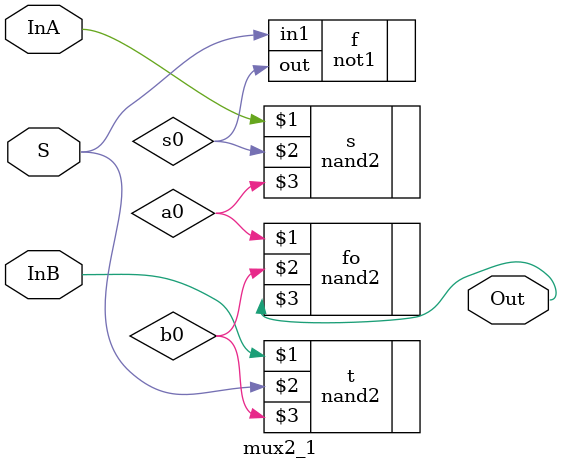
<source format=v>
/*
    CS/ECE 552 Spring '19
    Homework #3, Problem 1

    2-1 mux template
*/
module mux2_1(InA, InB, S, Out);
    input   InA, InB;
    input   S;
    output  Out;

    wire s0,a0,b0;

    not1 f (.in1(S), .out(s0));
    nand2 s (InA, s0, a0);
    nand2 t (InB, S, b0);
    nand2 fo (a0, b0, Out);

endmodule  // mux2

</source>
